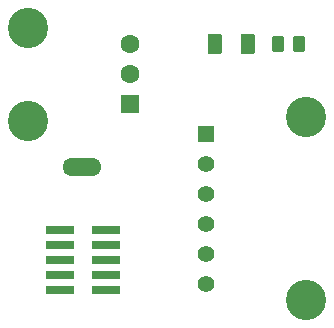
<source format=gbr>
%TF.GenerationSoftware,KiCad,Pcbnew,7.0.10-7.0.10~ubuntu22.04.1*%
%TF.CreationDate,2024-01-21T09:33:43-08:00*%
%TF.ProjectId,MAG_encoder_adapter,4d41475f-656e-4636-9f64-65725f616461,rev?*%
%TF.SameCoordinates,Original*%
%TF.FileFunction,Soldermask,Top*%
%TF.FilePolarity,Negative*%
%FSLAX46Y46*%
G04 Gerber Fmt 4.6, Leading zero omitted, Abs format (unit mm)*
G04 Created by KiCad (PCBNEW 7.0.10-7.0.10~ubuntu22.04.1) date 2024-01-21 09:33:43*
%MOMM*%
%LPD*%
G01*
G04 APERTURE LIST*
G04 Aperture macros list*
%AMRoundRect*
0 Rectangle with rounded corners*
0 $1 Rounding radius*
0 $2 $3 $4 $5 $6 $7 $8 $9 X,Y pos of 4 corners*
0 Add a 4 corners polygon primitive as box body*
4,1,4,$2,$3,$4,$5,$6,$7,$8,$9,$2,$3,0*
0 Add four circle primitives for the rounded corners*
1,1,$1+$1,$2,$3*
1,1,$1+$1,$4,$5*
1,1,$1+$1,$6,$7*
1,1,$1+$1,$8,$9*
0 Add four rect primitives between the rounded corners*
20,1,$1+$1,$2,$3,$4,$5,0*
20,1,$1+$1,$4,$5,$6,$7,0*
20,1,$1+$1,$6,$7,$8,$9,0*
20,1,$1+$1,$8,$9,$2,$3,0*%
G04 Aperture macros list end*
%ADD10O,3.302000X1.524000*%
%ADD11RoundRect,0.250000X-0.262500X-0.450000X0.262500X-0.450000X0.262500X0.450000X-0.262500X0.450000X0*%
%ADD12RoundRect,0.250000X-0.375000X-0.625000X0.375000X-0.625000X0.375000X0.625000X-0.375000X0.625000X0*%
%ADD13R,2.387600X0.762000*%
%ADD14C,3.403600*%
%ADD15R,1.600200X1.600200*%
%ADD16C,1.600200*%
%ADD17R,1.397000X1.397000*%
%ADD18C,1.397000*%
G04 APERTURE END LIST*
D10*
%TO.C,REF\u002A\u002A*%
X163068000Y-114554000D03*
%TD*%
D11*
%TO.C,R1*%
X179655000Y-104140000D03*
X181480000Y-104140000D03*
%TD*%
D12*
%TO.C,D1*%
X174365000Y-104140000D03*
X177165000Y-104140000D03*
%TD*%
D13*
%TO.C,J1*%
X165124402Y-124968000D03*
X161224400Y-124968000D03*
X165124402Y-123698000D03*
X161224400Y-123698000D03*
X165124402Y-122428000D03*
X161224400Y-122428000D03*
X165124402Y-121158000D03*
X161224400Y-121158000D03*
X165124402Y-119888000D03*
X161224400Y-119888000D03*
%TD*%
D14*
%TO.C,J2*%
X158516450Y-102740000D03*
X158516450Y-110620000D03*
D15*
X167156451Y-109220000D03*
D16*
X167156451Y-106680000D03*
X167156451Y-104140000D03*
%TD*%
D14*
%TO.C,J3*%
X182029100Y-110312200D03*
X182029100Y-125806200D03*
D17*
X173558200Y-111709200D03*
D18*
X173558200Y-114249200D03*
X173558200Y-116789200D03*
X173558200Y-119329200D03*
X173558200Y-121869200D03*
X173558200Y-124409200D03*
%TD*%
M02*

</source>
